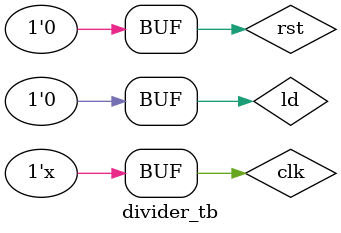
<source format=sv>
module divider(rst, clk, ld, abort, sgn, sgnus, a, b, qo, ro, dvByZr, done, idle);
parameter WID=128;
parameter DIV=3'd3;
parameter IDLE=3'd4;
parameter DONE=3'd5;
input clk;
input rst;
input ld;
input abort;
input sgn;
input sgnus;
input [WID-1:0] a;
input [WID-1:0] b;
output [WID-1:0] qo;
reg [WID-1:0] qo;
output [WID-1:0] ro;
reg [WID-1:0] ro;
output done;
output idle;
output dvByZr;
reg dvByZr;

reg [WID-1:0] bb;
reg so;
reg [2:0] state;
reg [7:0] cnt;
wire cnt_done = cnt==8'd0;
assign done = state==DONE||(state==IDLE && !ld);
assign idle = state==IDLE;
reg ce1;
reg [WID-1:0] q;
reg [WID:0] r;
wire b0 = bb <= r;
wire [WID-1:0] r1 = b0 ? r - bb : r;

initial begin
  q = 64'd0;
  r = 64'd0;
  qo = 64'd0;
  ro = 64'd0;
end

always @(posedge clk)
if (rst)
	state <= IDLE;
else
	case(state)
	IDLE:
		if (ld)
			state <= DIV;
	DIV:
		if (dvByZr)
			state <= DONE;
		else if (cnt_done)
			state <= DONE;
	DONE:
		state <= IDLE;
	default:	state <= IDLE;
	endcase

always @(posedge clk)
if (rst)
	cnt <= 8'h00;
else begin
	if (abort)
	  cnt <= 8'd00;
	else if (ld)
		cnt <= WID+1;
	else if (!cnt_done)
		cnt <= cnt - 8'd1;
end

always @(posedge clk)
if (rst)
	dvByZr <= 1'b0;
else begin
	if (ld)
		dvByZr <= b=={WID{1'b0}};
end

always @(posedge clk)
if (rst) begin
	bb <= {WID{1'b0}};
	q <= {WID{1'b0}};
	r <= {WID{1'b0}};
	qo <= {WID{1'b0}};
	ro <= {WID{1'b0}};
end
else
begin

case(state)
IDLE:
	if (ld) begin
		if (sgn) begin
			q <= a[WID-1] ? -a : a;
			bb <= b[WID-1] ? -b : b;
			so <= a[WID-1] ^ b[WID-1];
		end
		else if (sgnus) begin
			q <= a[WID-1] ? -a : a;
      bb <= b;
      so <= a[WID-1];
		end
		else begin
			q <= a;
			bb <= b;
			so <= 1'b0;
			$display("bb=%d", b);
		end
		r <= {WID{1'b0}};
	end
DIV:
	if (!cnt_done && !dvByZr) begin
		$display("cnt:%d r1=%h q[63:0]=%h", cnt,r1,q);
		q <= {q[WID-2:0],b0};
		r <= {r1,q[WID-1]};
	end
	else begin
		$display("cnt:%d r1=%h q[63:0]=%h", cnt,r1,q);
		if (sgn|sgnus) begin
			if (so) begin
				qo <= dvByZr ? {1'b1,{WID-1{1'b0}}} : -q;
				ro <= dvByZr ? {1'b1,{WID-1{1'b0}}} : -r[WID:1];
			end
			else begin
				qo <= dvByZr ? {WID-1{1'b1}} : q;
				ro <= dvByZr ? {WID-1{1'b1}} : r[WID:1];
			end
		end
		else begin
			qo <= dvByZr ? {WID-1{1'b1}} : q;
			ro <= dvByZr ? {WID-1{1'b1}} : r[WID:1];
		end
	end
default: ;
endcase
end

endmodule

module divider_tb();
parameter WID=64;
reg rst;
reg clk;
reg ld;
wire done;
wire [WID-1:0] qo,ro;

initial begin
	clk = 1;
	rst = 0;
	#100 rst = 1;
	#100 rst = 0;
	#100 ld = 1;
	#150 ld = 0;
end

always #10 clk = ~clk;	//  50 MHz


divider #(WID) u1
(
	.rst(rst),
	.clk(clk),
	.ld(ld),
	.sgn(1'b1),
	.isDivi(1'b0),
	.a(64'd10005),
	.b(64'd27),
	.imm(64'd123),
	.qo(qo),
	.ro(ro),
	.dvByZr(),
	.done(done)
);

endmodule


</source>
